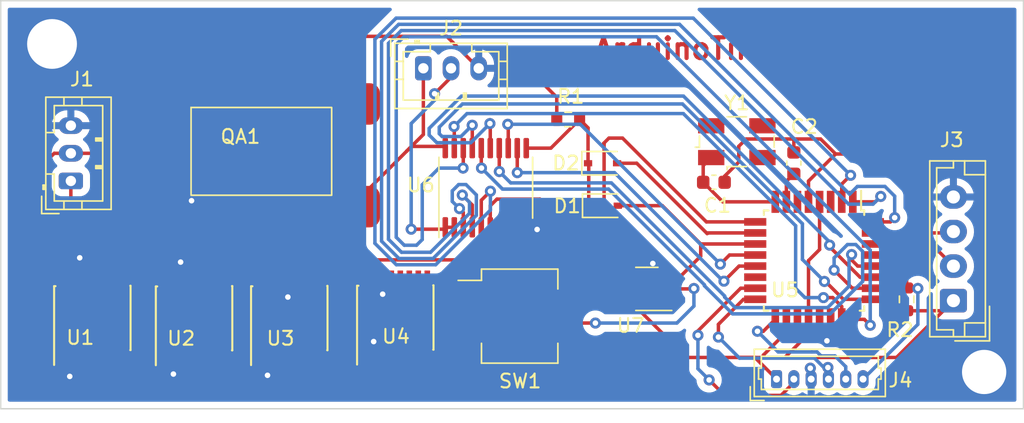
<source format=kicad_pcb>
(kicad_pcb (version 20211014) (generator pcbnew)
  (layers (0 "F.Cu" signal) (31 "B.Cu" signal) (34 "B.Paste" user) (35 "F.Paste" user) (36 "B.SilkS" user "B.Silkscreen") (37 "F.SilkS" user "F.Silkscreen") (38 "B.Mask" user) (39 "F.Mask" user) (44 "Edge.Cuts" user))
  (net 0 "")
  (net 1 "Net-(D1-Pad2)")
  (net 2 "/Reset")
  (net 3 "Net-(D1-Pad1)")
  (net 4 "Net-(D2-Pad2)")
  (net 5 "+5V")
  (net 6 "Net-(J1-Pad2)")
  (net 7 "GND")
  (net 8 "Net-(J2-Pad2)")
  (net 9 "Net-(SW1-Pad1)")
  (net 10 "Net-(U1-Pad3)")
  (net 15 "Net-(SW1-Pad2)")
  (net 16 "Net-(U2-Pad3)")
  (net 21 "Net-(U2-Pad12)")
  (net 22 "Net-(U1-Pad9)")
  (net 23 "Net-(U3-Pad3)")
  (net 26 "Net-(U2-Pad9)")
  (net 29 "Net-(U3-Pad12)")
  (net 30 "Net-(U3-Pad9)")
  (net 31 "Net-(U4-Pad3)")
  (net 36 "GAU")
  (net 37 "GBL")
  (net 40 "GBU")
  (net 41 "Net-(U5-Pad12)")
  (net 42 "Net-(U5-Pad13)")
  (net 46 "Net-(U5-Pad23)")
  (net 47 "Net-(U5-Pad24)")
  (net 48 "Net-(U5-Pad25)")
  (net 49 "Net-(U5-Pad26)")
  (net 50 "Net-(U5-Pad27)")
  (net 51 "Net-(U5-Pad28)")
  (net 52 "GAL")
  (net 53 "Net-(U6-Pad7)")
  (net 54 "Net-(U6-Pad8)")
  (net 55 "Net-(U5-Pad7)")
  (net 56 "Net-(U5-Pad8)")
  (net 57 "Net-(U1-Pad12)")
  (net 62 "Net-(U5-Pad30)")
  (net 63 "Net-(U5-Pad31)")
  (net 64 "Net-(U5-Pad15)")
  (net 65 "Net-(U5-Pad16)")
  (net 66 "Net-(SW1-Pad4)")
  (net 67 "Net-(SW1-Pad3)")
  (net 68 "Net-(U5-Pad17)")
  (footprint "Connector_JST:JST_PH_B3B-PH-K_1x03_P2.00mm_Vertical" (layer "F.Cu") (at 109.99 92.435 90)
    (fp_text reference "J1")
    (fp_text value "Conn_01x03_Male")
  )
  (footprint "Package_SO:TSSOP-20_4.4x6.5mm_P0.65mm" (layer "F.Cu") (at 139.97 92.925 90)
    (fp_text reference "U6")
    (fp_text value "74LV8154")
  )
  (footprint "Resistor_SMD:R_0603_1608Metric" (layer "F.Cu") (at 170.38 101 -90)
    (fp_text reference "R2")
    (fp_text value "10k")
  )
  (footprint "Diode_SMD:D_SOD-323" (layer "F.Cu") (at 148.46 94.225)
    (fp_text reference "D1")
    (fp_text value "1N4448")
  )
  (footprint "Diode_SMD:D_SOD-323" (layer "F.Cu") (at 148.41 91.155)
    (fp_text reference "D2")
    (fp_text value "1N4448")
  )
  (footprint "Capacitor_SMD:C_0603_1608Metric" (layer "F.Cu") (at 162.23 91.145 90)
    (fp_text reference "C2")
    (fp_text value "22pF")
  )
  (footprint "Resistor_SMD:R_0603_1608Metric" (layer "F.Cu") (at 145.925 87.985 180)
    (fp_text reference "R1")
    (fp_text value "10k")
  )
  (footprint "Library:Quarz-Adapter" (layer "F.Cu") (at 110.04 99.565)
    (fp_text reference "QA1")
    (fp_text value "Quarz-Adapter")
  )
  (footprint "Capacitor_SMD:C_0603_1608Metric" (layer "F.Cu") (at 156.455 92.53)
    (fp_text reference "C1")
    (fp_text value "22pF")
  )
  (footprint "Crystal:Crystal_SMD_EuroQuartz_MJ-4Pin_5.0x3.2mm" (layer "F.Cu") (at 158.11 89.595)
    (fp_text reference "Y1")
    (fp_text value "16MHz")
  )
  (footprint "Package_SO:SSOP-16_4.4x5.2mm_P0.65mm" (layer "F.Cu") (at 118.93 102.365 90)
    (fp_text reference "U2")
    (fp_text value "74LS390")
  )
  (footprint "Package_TO_SOT_SMD:SOT-23-5" (layer "F.Cu") (at 151.61 100.245 180)
    (fp_text reference "U7")
    (fp_text value "74AHC1G04")
  )
  (footprint "Package_SO:SSOP-16_4.4x5.2mm_P0.65mm" (layer "F.Cu") (at 111.58 102.345 90)
    (fp_text reference "U1")
    (fp_text value "74LS390")
  )
  (footprint "Connector_JST:JST_PH_B3B-PH-K_1x03_P2.00mm_Vertical" (layer "F.Cu") (at 135.46 84.285)
    (fp_text reference "J2")
    (fp_text value "Conn_01x03_Male")
  )
  (footprint "Package_QFP:TQFP-32_7x7mm_P0.8mm" (layer "F.Cu") (at 163.69 98.195 -90)
    (fp_text reference "U5")
    (fp_text value "ATmega328PB-A")
  )
  (footprint "Package_SO:SSOP-16_4.4x5.2mm_P0.65mm" (layer "F.Cu") (at 125.81 102.355 90)
    (fp_text reference "U3")
    (fp_text value "74LS390")
  )
  (footprint "Connector_JST:JST_EH_B4B-EH-A_1x04_P2.50mm_Vertical" (layer "F.Cu") (at 173.76 101.095 90)
    (fp_text reference "J3")
    (fp_text value "Conn_01x04_Male")
  )
  (footprint "Package_SO:SSOP-16_4.4x5.2mm_P0.65mm" (layer "F.Cu") (at 133.47 102.315 90)
    (fp_text reference "U4")
    (fp_text value "74LS390")
  )
  (footprint "Button_Switch_SMD:SW_DIP_SPSTx04_Slide_KingTek_DSHP04TS_W7.62mm_P1.27mm" (layer "F.Cu") (at 142.42 102.215)
    (fp_text reference "SW1")
    (fp_text value "SW_DIP_x04")
  )
  (footprint "Connector_Molex:Molex_PicoBlade_53047-0610_1x06_P1.25mm_Vertical" (layer "F.Cu") (at 160.98 106.77)
    (fp_text reference "J4")
    (fp_text value "Conn_01x06_Male")
  )
  (gr_rect (start 104.92 79.395) (end 178.82 108.915) (layer "Edge.Cuts") (width 0.1) (fill none))
  (gr_text "ArduinoTimeMachine v1.1" (at 162.05 82.865) (layer "F.Cu") (effects (font (size 1.5 1.5) (thickness 0.3))))
  (segment (start 146.23 100.31) (end 146.23 103.13) (width 0.25) (layer "F.Cu") (net 1))
  (segment (start 154.98 100.245) (end 155.01 100.215) (width 0.25) (layer "F.Cu") (net 1))
  (segment (start 155.5 97.876751) (end 155.5 96.995) (width 0.25) (layer "F.Cu") (net 1))
  (segment (start 155.5 96.995) (end 159.44 96.995) (width 0.25) (layer "F.Cu") (net 1))
  (segment (start 146.23 104.12) (end 146.23 100.31) (width 0.25) (layer "F.Cu") (net 1))
  (segment (start 149.51 94.225) (end 152.73 94.225) (width 0.25) (layer "F.Cu") (net 1))
  (segment (start 152.73 94.225) (end 155.5 96.995) (width 0.25) (layer "F.Cu") (net 1))
  (segment (start 153.131751 100.245) (end 155.5 97.876751) (width 0.25) (layer "F.Cu") (net 1))
  (segment (start 152.7475 100.245) (end 153.131751 100.245) (width 0.25) (layer "F.Cu") (net 1))
  (segment (start 152.7475 100.245) (end 154.98 100.245) (width 0.25) (layer "F.Cu") (net 1))
  (segment (start 146.365 102.715) (end 146.23 102.85) (width 0.25) (layer "F.Cu") (net 1))
  (segment (start 147.89 102.715) (end 146.365 102.715) (width 0.25) (layer "F.Cu") (net 1))
  (via (at 147.89 102.715) (size 0.8) (drill 0.4) (layers "F.Cu" "B.Cu") (net 1))
  (via (at 155.01 100.215) (size 0.8) (drill 0.4) (layers "F.Cu" "B.Cu") (net 1))
  (segment (start 155.01 101.485) (end 155.01 100.215) (width 0.25) (layer "B.Cu") (net 1))
  (segment (start 147.89 102.715) (end 153.78 102.715) (width 0.25) (layer "B.Cu") (net 1))
  (segment (start 153.78 102.715) (end 155.01 101.485) (width 0.25) (layer "B.Cu") (net 1))
  (segment (start 170.38 98.235) (end 170.38 100.175) (width 0.25) (layer "F.Cu") (net 2))
  (segment (start 170.38 100.175) (end 171.155 100.175) (width 0.25) (layer "F.Cu") (net 2))
  (segment (start 169.94 97.795) (end 170.38 98.235) (width 0.25) (layer "F.Cu") (net 2))
  (segment (start 167.94 97.795) (end 169.94 97.795) (width 0.25) (layer "F.Cu") (net 2))
  (segment (start 171.155 100.175) (end 171.19 100.21) (width 0.25) (layer "F.Cu") (net 2))
  (via (at 171.19 100.21) (size 0.8) (drill 0.4) (layers "F.Cu" "B.Cu") (net 2))
  (segment (start 171.19 100.21) (end 171.19 102.81) (width 0.25) (layer "B.Cu") (net 2))
  (segment (start 171.19 102.81) (end 167.23 106.77) (width 0.25) (layer "B.Cu") (net 2))
  (segment (start 147.41 94.225) (end 147.41 91.205) (width 0.25) (layer "F.Cu") (net 3))
  (segment (start 144.6725 90.0625) (end 146.75 87.985) (width 0.25) (layer "F.Cu") (net 3))
  (segment (start 147.36 88.595) (end 146.75 87.985) (width 0.25) (layer "F.Cu") (net 3))
  (segment (start 147.41 91.205) (end 147.36 91.155) (width 0.25) (layer "F.Cu") (net 3))
  (segment (start 142.895 90.0625) (end 144.6725 90.0625) (width 0.25) (layer "F.Cu") (net 3))
  (segment (start 147.36 91.155) (end 147.36 88.595) (width 0.25) (layer "F.Cu") (net 3))
  (segment (start 149.41 91.155) (end 150.88 91.155) (width 0.25) (layer "F.Cu") (net 4))
  (segment (start 155.97 96.245) (end 156.02 96.195) (width 0.25) (layer "F.Cu") (net 4))
  (segment (start 156.02 96.195) (end 159.44 96.195) (width 0.25) (layer "F.Cu") (net 4))
  (segment (start 150.88 91.155) (end 155.97 96.245) (width 0.25) (layer "F.Cu") (net 4))
  (segment (start 109.305 99.445) (end 109.305 94.88) (width 0.25) (layer "F.Cu") (net 5))
  (segment (start 161.69 103.37) (end 160.03 105.03) (width 0.25) (layer "F.Cu") (net 5))
  (segment (start 121.48 97.565) (end 121.52 97.525) (width 0.25) (layer "F.Cu") (net 5))
  (segment (start 123.45 99.455) (end 121.52 97.525) (width 0.25) (layer "F.Cu") (net 5))
  (segment (start 115.63 97.565) (end 121.48 97.565) (width 0.25) (layer "F.Cu") (net 5))
  (segment (start 164.09 97.395) (end 163.29 98.195) (width 0.25) (layer "F.Cu") (net 5))
  (segment (start 138.65 98.145) (end 129.91 98.145) (width 0.25) (layer "F.Cu") (net 5))
  (segment (start 121.52 97.525) (end 129.29 97.525) (width 0.25) (layer "F.Cu") (net 5))
  (segment (start 129.925 98.145) (end 131.195 99.415) (width 0.25) (layer "F.Cu") (net 5))
  (segment (start 134.255 90.28) (end 134.6 89.935) (width 0.25) (layer "F.Cu") (net 5))
  (segment (start 135.46 84.285) (end 135.46 89.075) (width 0.25) (layer "F.Cu") (net 5))
  (segment (start 109.99 94.195) (end 113.36 97.565) (width 0.25) (layer "F.Cu") (net 5))
  (segment (start 131.32 93.215) (end 134.255 90.28) (width 0.25) (layer "F.Cu") (net 5))
  (segment (start 161.52 105.205) (end 160.03 105.205) (width 0.25) (layer "F.Cu") (net 5))
  (segment (start 135.46 89.075) (end 134.255 90.28) (width 0.25) (layer "F.Cu") (net 5))
  (segment (start 173.76 101.095) (end 169.65 105.205) (width 0.25) (layer "F.Cu") (net 5))
  (segment (start 158.295 105.205) (end 154.48 105.205) (width 0.25) (layer "F.Cu") (net 5))
  (segment (start 116.655 98.59) (end 115.63 97.565) (width 0.25) (layer "F.Cu") (net 5))
  (segment (start 161.58 105.205) (end 161.52 105.205) (width 0.25) (layer "F.Cu") (net 5))
  (segment (start 163.29 103.495) (end 161.58 105.205) (width 0.25) (layer "F.Cu") (net 5))
  (segment (start 163.29 102.445) (end 163.29 103.495) (width 0.25) (layer "F.Cu") (net 5))
  (segment (start 109.99 92.435) (end 109.99 94.195) (width 0.25) (layer "F.Cu") (net 5))
  (segment (start 160.03 105.03) (end 160.03 105.205) (width 0.25) (layer "F.Cu") (net 5))
  (segment (start 109.305 94.88) (end 109.99 94.195) (width 0.25) (layer "F.Cu") (net 5))
  (segment (start 123.535 99.455) (end 123.45 99.455) (width 0.25) (layer "F.Cu") (net 5))
  (segment (start 129.91 98.145) (end 129.925 98.145) (width 0.25) (layer "F.Cu") (net 5))
  (segment (start 164.09 93.945) (end 164.09 97.395) (width 0.25) (layer "F.Cu") (net 5))
  (segment (start 129.29 97.525) (end 129.33 97.565) (width 0.25) (layer "F.Cu") (net 5))
  (segment (start 154.48 105.205) (end 154.48 105.2025) (width 0.25) (layer "F.Cu") (net 5))
  (segment (start 163.29 98.195) (end 163.29 102.445) (width 0.25) (layer "F.Cu") (net 5))
  (segment (start 134.6 89.935) (end 136.9175 89.935) (width 0.25) (layer "F.Cu") (net 5))
  (segment (start 147.4225 98.145) (end 138.65 98.145) (width 0.25) (layer "F.Cu") (net 5))
  (segment (start 150.515 101.2375) (end 147.4225 98.145) (width 0.25) (layer "F.Cu") (net 5))
  (segment (start 159.415 105.205) (end 158.295 105.205) (width 0.25) (layer "F.Cu") (net 5))
  (segment (start 136.9175 89.935) (end 137.045 90.0625) (width 0.25) (layer "F.Cu") (net 5))
  (segment (start 116.655 99.465) (end 116.655 98.59) (width 0.25) (layer "F.Cu") (net 5))
  (segment (start 160.98 106.77) (end 159.415 105.205) (width 0.25) (layer "F.Cu") (net 5))
  (segment (start 173.03 101.825) (end 173.76 101.095) (width 0.25) (layer "F.Cu") (net 5))
  (segment (start 169.65 105.205) (end 161.52 105.205) (width 0.25) (layer "F.Cu") (net 5))
  (segment (start 161.69 102.445) (end 161.69 103.37) (width 0.25) (layer "F.Cu") (net 5))
  (segment (start 160.03 105.205) (end 158.295 105.205) (width 0.25) (layer "F.Cu") (net 5))
  (segment (start 129.29 95.835) (end 130.83 94.295) (width 0.25) (layer "F.Cu") (net 5))
  (segment (start 129.91 98.145) (end 129.33 97.565) (width 0.25) (layer "F.Cu") (net 5))
  (segment (start 170.38 101.825) (end 173.03 101.825) (width 0.25) (layer "F.Cu") (net 5))
  (segment (start 113.36 97.565) (end 115.63 97.565) (width 0.25) (layer "F.Cu") (net 5))
  (segment (start 154.48 105.2025) (end 150.4725 101.195) (width 0.25) (layer "F.Cu") (net 5))
  (segment (start 129.29 97.525) (end 129.29 95.835) (width 0.25) (layer "F.Cu") (net 5))
  (segment (start 109.305 100.655) (end 109.305 105.245) (width 0.25) (layer "F.Cu") (net 6))
  (segment (start 108.79 90.435) (end 107.26 91.965) (width 0.25) (layer "F.Cu") (net 6))
  (segment (start 107.26 98.61) (end 109.305 100.655) (width 0.25) (layer "F.Cu") (net 6))
  (segment (start 109.99 90.435) (end 127.26 90.435) (width 0.25) (layer "F.Cu") (net 6))
  (segment (start 127.26 90.435) (end 130.83 86.865) (width 0.25) (layer "F.Cu") (net 6))
  (segment (start 107.26 91.965) (end 107.26 98.61) (width 0.25) (layer "F.Cu") (net 6))
  (segment (start 109.99 90.435) (end 108.79 90.435) (width 0.25) (layer "F.Cu") (net 6))
  (segment (start 128.085 105.255) (end 128.085 105.555) (width 0.25) (layer "F.Cu") (net 7))
  (segment (start 143.0525 95.945) (end 142.895 95.7875) (width 0.25) (layer "F.Cu") (net 7))
  (segment (start 164.04 102.495) (end 164.09 102.445) (width 0.25) (layer "F.Cu") (net 7))
  (segment (start 171.16 93.595) (end 173.76 93.595) (width 0.25) (layer "F.Cu") (net 7))
  (segment (start 158.78 89.4) (end 162.28 89.4) (width 0.25) (layer "F.Cu") (net 7))
  (segment (start 114.82 88.435) (end 116.39 86.865) (width 0.25) (layer "F.Cu") (net 7))
  (segment (start 128.57 106.04) (end 131.77 106.04) (width 0.25) (layer "F.Cu") (net 7))
  (segment (start 117.305 105.265) (end 117.305 106.31) (width 0.25) (layer "F.Cu") (net 7))
  (segment (start 139.46 84.285) (end 143 84.285) (width 0.25) (layer "F.Cu") (net 7))
  (segment (start 132.52 99.44) (end 132.495 99.415) (width 0.25) (layer "F.Cu") (net 7))
  (segment (start 163.29 92.445) (end 165.25 90.485) (width 0.25) (layer "F.Cu") (net 7))
  (segment (start 113.855 105.245) (end 115.015 106.405) (width 0.25) (layer "F.Cu") (net 7))
  (segment (start 135.23 106.275) (end 135.75 105.755) (width 0.25) (layer "F.Cu") (net 7))
  (segment (start 132.155 106.275) (end 135.23 106.275) (width 0.25) (layer "F.Cu") (net 7))
  (segment (start 109.99 88.435) (end 114.82 88.435) (width 0.25) (layer "F.Cu") (net 7))
  (segment (start 131.845 105.215) (end 131.845 105.965) (width 0.25) (layer "F.Cu") (net 7))
  (segment (start 132.52 100.625) (end 132.52 99.44) (width 0.25) (layer "F.Cu") (net 7))
  (segment (start 145.1 87.985) (end 145.1 86.385) (width 0.25) (layer "F.Cu") (net 7))
  (segment (start 115.015 106.405) (end 117.4 106.405) (width 0.25) (layer "F.Cu") (net 7))
  (segment (start 158.25 89.93) (end 158.78 89.4) (width 0.25) (layer "F.Cu") (net 7))
  (segment (start 157.23 92.09) (end 158.25 91.07) (width 0.25) (layer "F.Cu") (net 7))
  (segment (start 118.71 93.865) (end 117.04 93.865) (width 0.25) (layer "F.Cu") (net 7))
  (segment (start 162.28 89.4) (end 164.165 89.4) (width 0.25) (layer "F.Cu") (net 7))
  (segment (start 163.29 93.945) (end 163.29 92.445) (width 0.25) (layer "F.Cu") (net 7))
  (segment (start 117.92 99.43) (end 117.955 99.465) (width 0.25) (layer "F.Cu") (net 7))
  (segment (start 164.62 104) (end 164.04 103.42) (width 0.25) (layer "F.Cu") (net 7))
  (segment (start 131.77 106.04) (end 131.845 105.965) (width 0.25) (layer "F.Cu") (net 7))
  (segment (start 131.845 105.965) (end 132.155 106.275) (width 0.25) (layer "F.Cu") (net 7))
  (segment (start 158.25 91.07) (end 158.25 89.93) (width 0.25) (layer "F.Cu") (net 7))
  (segment (start 137.15 81.975) (end 121.28 81.975) (width 0.25) (layer "F.Cu") (net 7))
  (segment (start 164.165 89.4) (end 165.25 90.485) (width 0.25) (layer "F.Cu") (net 7))
  (segment (start 109.955 106.53) (end 109.91 106.575) (width 0.25) (layer "F.Cu") (net 7))
  (segment (start 110.605 98.02) (end 110.63 97.995) (width 0.25) (layer "F.Cu") (net 7))
  (segment (start 124.185 106.48) (end 124.2 106.495) (width 0.25) (layer "F.Cu") (net 7))
  (segment (start 131.87 104.055) (end 131.87 105.19) (width 0.25) (layer "F.Cu") (net 7))
  (segment (start 125.67 100.835) (end 124.835 100) (width 0.25) (layer "F.Cu") (net 7))
  (segment (start 164.04 103.42) (end 164.04 102.495) (width 0.25) (layer "F.Cu") (net 7))
  (segment (start 143.68 95.945) (end 143.0525 95.945) (width 0.25) (layer "F.Cu") (net 7))
  (segment (start 124.185 105.255) (end 124.185 106.48) (width 0.25) (layer "F.Cu") (net 7))
  (segment (start 168.05 90.485) (end 171.16 93.595) (width 0.25) (layer "F.Cu") (net 7))
  (segment (start 131.87 105.19) (end 131.845 105.215) (width 0.25) (layer "F.Cu") (net 7))
  (segment (start 157.23 92.53) (end 157.23 92.09) (width 0.25) (layer "F.Cu") (net 7))
  (segment (start 109.955 105.245) (end 109.955 106.53) (width 0.25) (layer "F.Cu") (net 7))
  (segment (start 121.205 105.265) (end 122.435 106.495) (width 0.25) (layer "F.Cu") (net 7))
  (segment (start 165.25 90.485) (end 168.05 90.485) (width 0.25) (layer "F.Cu") (net 7))
  (segment (start 143 84.285) (end 145.1 86.385) (width 0.25) (layer "F.Cu") (net 7))
  (segment (start 122.435 106.495) (end 124.2 106.495) (width 0.25) (layer "F.Cu") (net 7))
  (segment (start 152.04 98.405) (end 152.04 98.5875) (width 0.25) (layer "F.Cu") (net 7))
  (segment (start 117.305 106.31) (end 117.4 106.405) (width 0.25) (layer "F.Cu") (net 7))
  (segment (start 124.835 100) (end 124.835 99.455) (width 0.25) (layer "F.Cu") (net 7))
  (segment (start 110.605 99.445) (end 110.605 98.02) (width 0.25) (layer "F.Cu") (net 7))
  (segment (start 152.04 98.5875) (end 152.7475 99.295) (width 0.25) (layer "F.Cu") (net 7))
  (segment (start 117.92 98.305) (end 117.92 99.43) (width 0.25) (layer "F.Cu") (net 7))
  (segment (start 162.23 90.37) (end 162.23 89.45) (width 0.25) (layer "F.Cu") (net 7))
  (segment (start 121.28 81.975) (end 116.39 86.865) (width 0.25) (layer "F.Cu") (net 7))
  (segment (start 162.23 89.45) (end 162.28 89.4) (width 0.25) (layer "F.Cu") (net 7))
  (segment (start 139.46 84.285) (end 137.15 81.975) (width 0.25) (layer "F.Cu") (net 7))
  (segment (start 128.085 105.555) (end 128.57 106.04) (width 0.25) (layer "F.Cu") (net 7))
  (via (at 117.4 106.405) (size 0.8) (drill 0.4) (layers "F.Cu" "B.Cu") (net 7))
  (via (at 124.2 106.495) (size 0.8) (drill 0.4) (layers "F.Cu" "B.Cu") (net 7))
  (via (at 118.71 93.865) (size 0.8) (drill 0.4) (layers "F.Cu" "B.Cu") (net 7))
  (via (at 117.92 98.305) (size 0.8) (drill 0.4) (layers "F.Cu" "B.Cu") (net 7))
  (via (at 131.87 104.055) (size 0.8) (drill 0.4) (layers "F.Cu" "B.Cu") (net 7))
  (via (at 125.67 100.835) (size 0.8) (drill 0.4) (layers "F.Cu" "B.Cu") (net 7))
  (via (at 164.62 104) (size 0.8) (drill 0.4) (layers "F.Cu" "B.Cu") (net 7))
  (via (at 109.91 106.575) (size 0.8) (drill 0.4) (layers "F.Cu" "B.Cu") (net 7))
  (via (at 108.63 82.525) (size 4) (drill 3.6) (layers "F.Cu" "B.Cu") (net 7))
  (via (at 110.63 97.995) (size 0.8) (drill 0.4) (layers "F.Cu" "B.Cu") (net 7))
  (via (at 163.42 105.98) (size 0.8) (drill 0.4) (layers "F.Cu" "B.Cu") (net 7))
  (via (at 175.98 106.255) (size 4) (drill 3.2) (layers "F.Cu" "B.Cu") (net 7))
  (via (at 132.52 100.625) (size 0.8) (drill 0.4) (layers "F.Cu" "B.Cu") (net 7))
  (via (at 143.68 95.945) (size 0.8) (drill 0.4) (layers "F.Cu" "B.Cu") (net 7))
  (via (at 152.04 98.405) (size 0.8) (drill 0.4) (layers "F.Cu" "B.Cu") (net 7))
  (segment (start 163.42 106.71) (end 163.48 106.77) (width 0.25) (layer "B.Cu") (net 7))
  (segment (start 163.42 105.98) (end 163.42 106.71) (width 0.25) (layer "B.Cu") (net 7))
  (segment (start 136.27 86.125) (end 137.46 84.935) (width 0.25) (layer "F.Cu") (net 8))
  (segment (start 137.46 84.935) (end 137.46 84.285) (width 0.25) (layer "F.Cu") (net 8))
  (segment (start 136.9075 95.925) (end 137.045 95.7875) (width 0.25) (layer "F.Cu") (net 8))
  (segment (start 134.58 95.925) (end 136.9075 95.925) (width 0.25) (layer "F.Cu") (net 8))
  (segment (start 137.695 95.7875) (end 137.045 95.7875) (width 0.25) (layer "F.Cu") (net 8))
  (via (at 136.27 86.125) (size 0.8) (drill 0.4) (layers "F.Cu" "B.Cu") (net 8))
  (via (at 134.58 95.925) (size 0.8) (drill 0.4) (layers "F.Cu" "B.Cu") (net 8))
  (segment (start 136.27 86.595) (end 134.58 88.285) (width 0.25) (layer "B.Cu") (net 8))
  (segment (start 134.58 88.285) (end 134.58 95.925) (width 0.25) (layer "B.Cu") (net 8))
  (segment (start 136.27 86.125) (end 136.27 86.595) (width 0.25) (layer "B.Cu") (net 8))
  (segment (start 135.095 103.57) (end 135.095 105.215) (width 0.25) (layer "F.Cu") (net 9))
  (segment (start 138.355 100.31) (end 135.095 103.57) (width 0.25) (layer "F.Cu") (net 9))
  (segment (start 138.61 100.31) (end 138.355 100.31) (width 0.25) (layer "F.Cu") (net 9))
  (segment (start 111.255 105.245) (end 110.605 105.245) (width 0.25) (layer "F.Cu") (net 10))
  (segment (start 128.285 106.855) (end 127.435 106.005) (width 0.25) (layer "F.Cu") (net 15))
  (segment (start 136.77 106.445) (end 136.36 106.855) (width 0.25) (layer "F.Cu") (net 15))
  (segment (start 124.185 99.455) (end 124.185 100.62) (width 0.25) (layer "F.Cu") (net 15))
  (segment (start 136.77 103.165) (end 136.77 106.445) (width 0.25) (layer "F.Cu") (net 15))
  (segment (start 136.36 106.855) (end 128.285 106.855) (width 0.25) (layer "F.Cu") (net 15))
  (segment (start 124.185 100.62) (end 127.435 103.87) (width 0.25) (layer "F.Cu") (net 15))
  (segment (start 138.61 101.58) (end 138.355 101.58) (width 0.25) (layer "F.Cu") (net 15))
  (segment (start 127.435 106.005) (end 127.435 105.255) (width 0.25) (layer "F.Cu") (net 15))
  (segment (start 127.435 103.87) (end 127.435 105.255) (width 0.25) (layer "F.Cu") (net 15))
  (segment (start 138.355 101.58) (end 136.77 103.165) (width 0.25) (layer "F.Cu") (net 15))
  (segment (start 117.955 105.265) (end 118.605 105.265) (width 0.25) (layer "F.Cu") (net 16))
  (segment (start 118.605 99.465) (end 119.255 99.465) (width 0.25) (layer "F.Cu") (net 21))
  (segment (start 116.09 105.265) (end 116.655 105.265) (width 0.25) (layer "F.Cu") (net 22))
  (segment (start 113.855 103.03) (end 116.09 105.265) (width 0.25) (layer "F.Cu") (net 22))
  (segment (start 113.855 99.445) (end 113.855 103.03) (width 0.25) (layer "F.Cu") (net 22))
  (segment (start 125.485 105.255) (end 124.835 105.255) (width 0.25) (layer "F.Cu") (net 23))
  (segment (start 121.205 102.925) (end 123.535 105.255) (width 0.25) (layer "F.Cu") (net 26))
  (segment (start 121.205 99.465) (end 121.205 102.925) (width 0.25) (layer "F.Cu") (net 26))
  (segment (start 125.485 99.455) (end 126.135 99.455) (width 0.25) (layer "F.Cu") (net 29))
  (segment (start 131.195 105.175) (end 128.085 102.065) (width 0.25) (layer "F.Cu") (net 30))
  (segment (start 128.085 99.455) (end 128.085 102.065) (width 0.25) (layer "F.Cu") (net 30))
  (segment (start 131.195 105.215) (end 131.195 105.175) (width 0.25) (layer "F.Cu") (net 30))
  (segment (start 133.145 105.215) (end 132.495 105.215) (width 0.25) (layer "F.Cu") (net 31))
  (segment (start 166.49 93.945) (end 168.12 93.945) (width 0.25) (layer "F.Cu") (net 36))
  (segment (start 138.995 94.177314) (end 138.995 95.7875) (width 0.25) (layer "F.Cu") (net 36))
  (segment (start 168.12 93.945) (end 168.51 93.555) (width 0.25) (layer "F.Cu") (net 36))
  (segment (start 138.274282 93.456596) (end 138.995 94.177314) (width 0.25) (layer "F.Cu") (net 36))
  (via (at 168.51 93.555) (size 0.8) (drill 0.4) (layers "F.Cu" "B.Cu") (net 36))
  (via (at 138.274282 93.456596) (size 0.8) (drill 0.4) (layers "F.Cu" "B.Cu") (net 36))
  (segment (start 138.795 94.78) (end 135.98 97.595) (width 0.25) (layer "B.Cu") (net 36))
  (segment (start 138.274282 93.456596) (end 138.795 93.977314) (width 0.25) (layer "B.Cu") (net 36))
  (segment (start 167.95 94.115) (end 168.51 93.555) (width 0.25) (layer "B.Cu") (net 36))
  (segment (start 153.63 81.555) (end 166.19 94.115) (width 0.25) (layer "B.Cu") (net 36))
  (segment (start 132.94 96.655) (end 132.94 82.478604) (width 0.25) (layer "B.Cu") (net 36))
  (segment (start 138.795 93.977314) (end 138.795 94.78) (width 0.25) (layer "B.Cu") (net 36))
  (segment (start 132.94 82.478604) (end 133.863604 81.555) (width 0.25) (layer "B.Cu") (net 36))
  (segment (start 135.98 97.595) (end 133.88 97.595) (width 0.25) (layer "B.Cu") (net 36))
  (segment (start 133.863604 81.555) (end 153.63 81.555) (width 0.25) (layer "B.Cu") (net 36))
  (segment (start 133.88 97.595) (end 132.94 96.655) (width 0.25) (layer "B.Cu") (net 36))
  (segment (start 166.19 94.115) (end 167.95 94.115) (width 0.25) (layer "B.Cu") (net 36))
  (segment (start 140.305451 93.175049) (end 139.645 93.8355) (width 0.25) (layer "F.Cu") (net 37))
  (segment (start 165.69 92.665) (end 166.33 92.025) (width 0.25) (layer "F.Cu") (net 37))
  (segment (start 165.69 93.945) (end 165.69 92.665) (width 0.25) (layer "F.Cu") (net 37))
  (segment (start 139.645 93.8355) (end 139.645 95.7875) (width 0.25) (layer "F.Cu") (net 37))
  (via (at 140.305451 93.175049) (size 0.8) (drill 0.4) (layers "F.Cu" "B.Cu") (net 37))
  (via (at 166.33 92.025) (size 0.8) (drill 0.4) (layers "F.Cu" "B.Cu") (net 37))
  (segment (start 131.96 82.185812) (end 133.490812 80.655) (width 0.25) (layer "B.Cu") (net 37))
  (segment (start 154.96 80.655) (end 166.33 92.025) (width 0.25) (layer "B.Cu") (net 37))
  (segment (start 136.352792 98.495) (end 133.507208 98.495) (width 0.25) (layer "B.Cu") (net 37))
  (segment (start 140.305451 93.175049) (end 140.305451 94.542341) (width 0.25) (layer "B.Cu") (net 37))
  (segment (start 140.305451 94.542341) (end 136.352792 98.495) (width 0.25) (layer "B.Cu") (net 37))
  (segment (start 133.507208 98.495) (end 131.96 96.947792) (width 0.25) (layer "B.Cu") (net 37))
  (segment (start 133.490812 80.655) (end 154.96 80.655) (width 0.25) (layer "B.Cu") (net 37))
  (segment (start 131.96 96.947792) (end 131.96 82.185812) (width 0.25) (layer "B.Cu") (net 37))
  (segment (start 149.85 89.335) (end 148.87 89.335) (width 0.25) (layer "F.Cu") (net 40))
  (segment (start 148.87 89.335) (end 148.49 89.715) (width 0.25) (layer "F.Cu") (net 40))
  (segment (start 143.8845 93.7495) (end 140.7755 93.7495) (width 0.25) (layer "F.Cu") (net 40))
  (segment (start 148.52 89.745) (end 148.52 95.135) (width 0.25) (layer "F.Cu") (net 40))
  (segment (start 140.295 94.23) (end 140.295 95.7875) (width 0.25) (layer "F.Cu") (net 40))
  (segment (start 148.49 89.715) (end 148.52 89.745) (width 0.25) (layer "F.Cu") (net 40))
  (segment (start 148.52 95.135) (end 147.78 95.875) (width 0.25) (layer "F.Cu") (net 40))
  (segment (start 146.01 95.875) (end 143.8845 93.7495) (width 0.25) (layer "F.Cu") (net 40))
  (segment (start 159.44 95.395) (end 155.91 95.395) (width 0.25) (layer "F.Cu") (net 40))
  (segment (start 155.91 95.395) (end 149.85 89.335) (width 0.25) (layer "F.Cu") (net 40))
  (segment (start 140.7755 93.7495) (end 140.295 94.23) (width 0.25) (layer "F.Cu") (net 40))
  (segment (start 147.78 95.875) (end 146.01 95.875) (width 0.25) (layer "F.Cu") (net 40))
  (segment (start 141.595 88.37) (end 141.595 90.0625) (width 0.25) (layer "F.Cu") (net 41))
  (segment (start 157.58 97.795) (end 156.92 98.455) (width 0.25) (layer "F.Cu") (net 41))
  (segment (start 141.56 88.335) (end 141.595 88.37) (width 0.25) (layer "F.Cu") (net 41))
  (segment (start 159.44 97.795) (end 157.58 97.795) (width 0.25) (layer "F.Cu") (net 41))
  (via (at 156.92 98.455) (size 0.8) (drill 0.4) (layers "F.Cu" "B.Cu") (net 41))
  (via (at 141.56 88.335) (size 0.8) (drill 0.4) (layers "F.Cu" "B.Cu") (net 41))
  (segment (start 141.56 88.335) (end 146.8 88.335) (width 0.25) (layer "B.Cu") (net 41))
  (segment (start 146.8 88.335) (end 156.92 98.455) (width 0.25) (layer "B.Cu") (net 41))
  (segment (start 142.245 91.83) (end 142.245 90.0625) (width 0.25) (layer "F.Cu") (net 42))
  (segment (start 158.27 98.595) (end 157.18 99.685) (width 0.25) (layer "F.Cu") (net 42))
  (segment (start 159.44 98.595) (end 158.27 98.595) (width 0.25) (layer "F.Cu") (net 42))
  (segment (start 142.25 91.835) (end 142.245 91.83) (width 0.25) (layer "F.Cu") (net 42))
  (via (at 157.18 99.685) (size 0.8) (drill 0.4) (layers "F.Cu" "B.Cu") (net 42))
  (via (at 142.25 91.835) (size 0.8) (drill 0.4) (layers "F.Cu" "B.Cu") (net 42))
  (segment (start 157.18 99.685) (end 157.124695 99.685) (width 0.25) (layer "B.Cu") (net 42))
  (segment (start 149.274695 91.835) (end 142.25 91.835) (width 0.25) (layer "B.Cu") (net 42))
  (segment (start 157.124695 99.685) (end 149.274695 91.835) (width 0.25) (layer "B.Cu") (net 42))
  (segment (start 165.045 100.875) (end 165.69 101.52) (width 0.25) (layer "F.Cu") (net 46))
  (segment (start 137.695 88.51) (end 137.695 90.0625) (width 0.25) (layer "F.Cu") (net 46))
  (segment (start 137.68 88.495) (end 137.695 88.51) (width 0.25) (layer "F.Cu") (net 46))
  (segment (start 165.69 101.52) (end 165.69 102.445) (width 0.25) (layer "F.Cu") (net 46))
  (segment (start 164.37 100.875) (end 165.045 100.875) (width 0.25) (layer "F.Cu") (net 46))
  (via (at 164.37 100.875) (size 0.8) (drill 0.4) (layers "F.Cu" "B.Cu") (net 46))
  (via (at 137.68 88.495) (size 0.8) (drill 0.4) (layers "F.Cu" "B.Cu") (net 46))
  (segment (start 154.245 87.56) (end 162.36 95.675) (width 0.25) (layer "B.Cu") (net 46))
  (segment (start 137.68 88.495) (end 138.615 87.56) (width 0.25) (layer "B.Cu") (net 46))
  (segment (start 162.36 95.675) (end 162.36 100.205) (width 0.25) (layer "B.Cu") (net 46))
  (segment (start 163.03 100.875) (end 164.37 100.875) (width 0.25) (layer "B.Cu") (net 46))
  (segment (start 162.36 100.205) (end 163.03 100.875) (width 0.25) (layer "B.Cu") (net 46))
  (segment (start 138.615 87.56) (end 154.245 87.56) (width 0.25) (layer "B.Cu") (net 46))
  (segment (start 138.345 90.0625) (end 138.345 91.49) (width 0.25) (layer "F.Cu") (net 47))
  (segment (start 167.32 102.445) (end 167.75 102.875) (width 0.25) (layer "F.Cu") (net 47))
  (segment (start 166.49 102.445) (end 167.32 102.445) (width 0.25) (layer "F.Cu") (net 47))
  (segment (start 138.345 91.49) (end 138.33 91.505) (width 0.25) (layer "F.Cu") (net 47))
  (via (at 138.33 91.505) (size 0.8) (drill 0.4) (layers "F.Cu" "B.Cu") (net 47))
  (via (at 167.75 102.875) (size 0.8) (drill 0.4) (layers "F.Cu" "B.Cu") (net 47))
  (segment (start 134.08 97.085) (end 133.5 96.505) (width 0.25) (layer "B.Cu") (net 47))
  (segment (start 136.59 91.505) (end 135.38 92.715) (width 0.25) (layer "B.Cu") (net 47))
  (segment (start 167.75 97.445097) (end 167.75 102.875) (width 0.25) (layer "B.Cu") (net 47))
  (segment (start 133.5 82.555) (end 134.05 82.005) (width 0.25) (layer "B.Cu") (net 47))
  (segment (start 135.38 96.675) (end 134.97 97.085) (width 0.25) (layer "B.Cu") (net 47))
  (segment (start 133.5 96.505) (end 133.5 82.555) (width 0.25) (layer "B.Cu") (net 47))
  (segment (start 152.309903 82.005) (end 167.75 97.445097) (width 0.25) (layer "B.Cu") (net 47))
  (segment (start 135.38 92.715) (end 135.38 96.675) (width 0.25) (layer "B.Cu") (net 47))
  (segment (start 134.05 82.005) (end 152.309903 82.005) (width 0.25) (layer "B.Cu") (net 47))
  (segment (start 138.33 91.505) (end 136.59 91.505) (width 0.25) (layer "B.Cu") (net 47))
  (segment (start 134.97 97.085) (end 134.08 97.085) (width 0.25) (layer "B.Cu") (net 47))
  (segment (start 138.995 88.41) (end 138.99 88.405) (width 0.25) (layer "F.Cu") (net 48))
  (segment (start 167.94 100.995) (end 165.801396 100.995) (width 0.25) (layer "F.Cu") (net 48))
  (segment (start 164.511396 99.705) (end 164.44 99.705) (width 0.25) (layer "F.Cu") (net 48))
  (segment (start 138.995 90.0625) (end 138.995 88.41) (width 0.25) (layer "F.Cu") (net 48))
  (segment (start 165.801396 100.995) (end 164.511396 99.705) (width 0.25) (layer "F.Cu") (net 48))
  (via (at 164.44 99.705) (size 0.8) (drill 0.4) (layers "F.Cu" "B.Cu") (net 48))
  (via (at 138.99 88.405) (size 0.8) (drill 0.4) (layers "F.Cu" "B.Cu") (net 48))
  (segment (start 162.85 98.115) (end 164.44 99.705) (width 0.25) (layer "B.Cu") (net 48))
  (segment (start 154.186396 86.865) (end 162.85 95.528604) (width 0.25) (layer "B.Cu") (net 48))
  (segment (start 136.61 89.015) (end 136.61 88.539695) (width 0.25) (layer "B.Cu") (net 48))
  (segment (start 136.815 89.22) (end 136.61 89.015) (width 0.25) (layer "B.Cu") (net 48))
  (segment (start 162.85 95.528604) (end 162.85 98.115) (width 0.25) (layer "B.Cu") (net 48))
  (segment (start 138.175 89.22) (end 136.815 89.22) (width 0.25) (layer "B.Cu") (net 48))
  (segment (start 138.99 88.405) (end 138.175 89.22) (width 0.25) (layer "B.Cu") (net 48))
  (segment (start 138.284695 86.865) (end 154.186396 86.865) (width 0.25) (layer "B.Cu") (net 48))
  (segment (start 136.61 88.539695) (end 138.284695 86.865) (width 0.25) (layer "B.Cu") (net 48))
  (segment (start 139.645 90.0625) (end 139.645 91.49) (width 0.25) (layer "F.Cu") (net 49))
  (segment (start 166.45 100.195) (end 165.14 98.885) (width 0.25) (layer "F.Cu") (net 49))
  (segment (start 139.645 91.49) (end 139.66 91.505) (width 0.25) (layer "F.Cu") (net 49))
  (segment (start 167.94 100.195) (end 166.45 100.195) (width 0.25) (layer "F.Cu") (net 49))
  (via (at 139.66 91.505) (size 0.8) (drill 0.4) (layers "F.Cu" "B.Cu") (net 49))
  (via (at 165.14 98.885) (size 0.8) (drill 0.4) (layers "F.Cu" "B.Cu") (net 49))
  (segment (start 155.77 100.015) (end 155.77 99.949695) (width 0.25) (layer "B.Cu") (net 49))
  (segment (start 165.14 98.885) (end 165.14 97.999695) (width 0.25) (layer "B.Cu") (net 49))
  (segment (start 148.845305 93.025) (end 141.18 93.025) (width 0.25) (layer "B.Cu") (net 49))
  (segment (start 155.77 99.949695) (end 148.845305 93.025) (width 0.25) (layer "B.Cu") (net 49))
  (segment (start 157.805 102.05) (end 155.77 100.015) (width 0.25) (layer "B.Cu") (net 49))
  (segment (start 141.18 93.025) (end 139.66 91.505) (width 0.25) (layer "B.Cu") (net 49))
  (segment (start 167.2 97.531493) (end 167.2 99.706701) (width 0.25) (layer "B.Cu") (net 49))
  (segment (start 164.856701 102.05) (end 157.805 102.05) (width 0.25) (layer "B.Cu") (net 49))
  (segment (start 166.103796 97.035899) (end 166.704406 97.035899) (width 0.25) (layer "B.Cu") (net 49))
  (segment (start 167.2 99.706701) (end 164.856701 102.05) (width 0.25) (layer "B.Cu") (net 49))
  (segment (start 166.704406 97.035899) (end 167.2 97.531493) (width 0.25) (layer "B.Cu") (net 49))
  (segment (start 165.14 97.999695) (end 166.103796 97.035899) (width 0.25) (layer "B.Cu") (net 49))
  (segment (start 164.8145 97.075) (end 164.8145 97.195896) (width 0.25) (layer "F.Cu") (net 50))
  (segment (start 164.8145 97.195896) (end 167.013604 99.395) (width 0.25) (layer "F.Cu") (net 50))
  (segment (start 140.295 88.31) (end 140.27 88.285) (width 0.25) (layer "F.Cu") (net 50))
  (segment (start 140.295 90.0625) (end 140.295 88.31) (width 0.25) (layer "F.Cu") (net 50))
  (segment (start 167.013604 99.395) (end 167.94 99.395) (width 0.25) (layer "F.Cu") (net 50))
  (via (at 140.27 88.285) (size 0.8) (drill 0.4) (layers "F.Cu" "B.Cu") (net 50))
  (via (at 164.8145 97.075) (size 0.8) (drill 0.4) (layers "F.Cu" "B.Cu") (net 50))
  (segment (start 138.218299 86.295) (end 135.88 88.633299) (width 0.25) (layer "B.Cu") (net 50))
  (segment (start 135.88 88.633299) (end 135.88 89.115) (width 0.25) (layer "B.Cu") (net 50))
  (segment (start 136.435 89.67) (end 138.885 89.67) (width 0.25) (layer "B.Cu") (net 50))
  (segment (start 164.8145 97.075) (end 164.8145 96.856708) (width 0.25) (layer "B.Cu") (net 50))
  (segment (start 164.8145 96.856708) (end 154.252792 86.295) (width 0.25) (layer "B.Cu") (net 50))
  (segment (start 135.88 89.115) (end 136.435 89.67) (width 0.25) (layer "B.Cu") (net 50))
  (segment (start 154.252792 86.295) (end 138.218299 86.295) (width 0.25) (layer "B.Cu") (net 50))
  (segment (start 138.885 89.67) (end 140.27 88.285) (width 0.25) (layer "B.Cu") (net 50))
  (segment (start 166.404101 98.149101) (end 166.85 98.595) (width 0.25) (layer "F.Cu") (net 51))
  (segment (start 140.95 91.755) (end 140.945 91.75) (width 0.25) (layer "F.Cu") (net 51))
  (segment (start 166.404101 97.760899) (end 166.404101 98.149101) (width 0.25) (layer "F.Cu") (net 51))
  (segment (start 140.945 91.75) (end 140.945 90.0625) (width 0.25) (layer "F.Cu") (net 51))
  (segment (start 166.85 98.595) (end 167.94 98.595) (width 0.25) (layer "F.Cu") (net 51))
  (via (at 140.95 91.755) (size 0.8) (drill 0.4) (layers "F.Cu" "B.Cu") (net 51))
  (via (at 166.404101 97.760899) (size 0.8) (drill 0.4) (layers "F.Cu" "B.Cu") (net 51))
  (segment (start 157.995 101.6) (end 157.23 100.835) (width 0.25) (layer "B.Cu") (net 51))
  (segment (start 166.22 97.945) (end 166.22 100.050305) (width 0.25) (layer "B.Cu") (net 51))
  (segment (start 166.22 100.050305) (end 164.670305 101.6) (width 0.25) (layer "B.Cu") (net 51))
  (segment (start 157.23 100.760305) (end 149.044695 92.575) (width 0.25) (layer "B.Cu") (net 51))
  (segment (start 164.670305 101.6) (end 157.995 101.6) (width 0.25) (layer "B.Cu") (net 51))
  (segment (start 141.77 92.575) (end 140.95 91.755) (width 0.25) (layer "B.Cu") (net 51))
  (segment (start 166.404101 97.760899) (end 166.22 97.945) (width 0.25) (layer "B.Cu") (net 51))
  (segment (start 157.23 100.835) (end 157.23 100.760305) (width 0.25) (layer "B.Cu") (net 51))
  (segment (start 149.044695 92.575) (end 141.77 92.575) (width 0.25) (layer "B.Cu") (net 51))
  (segment (start 169.21 95.395) (end 169.515 95.09) (width 0.25) (layer "F.Cu") (net 52))
  (segment (start 167.94 95.395) (end 169.21 95.395) (width 0.25) (layer "F.Cu") (net 52))
  (segment (start 138.345 94.71) (end 138.07 94.435) (width 0.25) (layer "F.Cu") (net 52))
  (segment (start 138.345 95.7875) (end 138.345 94.71) (width 0.25) (layer "F.Cu") (net 52))
  (via (at 138.07 94.435) (size 0.8) (drill 0.4) (layers "F.Cu" "B.Cu") (net 52))
  (via (at 169.515 95.09) (size 0.8) (drill 0.4) (layers "F.Cu" "B.Cu") (net 52))
  (segment (start 132.44 96.791396) (end 132.44 82.342208) (width 0.25) (layer "B.Cu") (net 52))
  (segment (start 138.07 94.435) (end 137.549282 93.914282) (width 0.25) (layer "B.Cu") (net 52))
  (segment (start 166.825 92.83) (end 168.810305 92.83) (width 0.25) (layer "B.Cu") (net 52))
  (segment (start 138.010573 92.695) (end 138.537991 92.695) (width 0.25) (layer "B.Cu") (net 52))
  (segment (start 169.515 93.534695) (end 169.515 95.09) (width 0.25) (layer "B.Cu") (net 52))
  (segment (start 168.810305 92.83) (end 169.515 93.534695) (width 0.25) (layer "B.Cu") (net 52))
  (segment (start 132.44 82.342208) (end 133.677208 81.105) (width 0.25) (layer "B.Cu") (net 52))
  (segment (start 153.97 81.105) (end 166.26 93.395) (width 0.25) (layer "B.Cu") (net 52))
  (segment (start 139.29 93.447009) (end 139.29 94.921396) (width 0.25) (layer "B.Cu") (net 52))
  (segment (start 166.26 93.395) (end 166.825 92.83) (width 0.25) (layer "B.Cu") (net 52))
  (segment (start 137.549282 93.914282) (end 137.549282 93.156291) (width 0.25) (layer "B.Cu") (net 52))
  (segment (start 137.549282 93.156291) (end 138.010573 92.695) (width 0.25) (layer "B.Cu") (net 52))
  (segment (start 139.29 94.921396) (end 136.166396 98.045) (width 0.25) (layer "B.Cu") (net 52))
  (segment (start 136.166396 98.045) (end 133.693604 98.045) (width 0.25) (layer "B.Cu") (net 52))
  (segment (start 133.693604 98.045) (end 132.44 96.791396) (width 0.25) (layer "B.Cu") (net 52))
  (segment (start 133.677208 81.105) (end 153.97 81.105) (width 0.25) (layer "B.Cu") (net 52))
  (segment (start 138.537991 92.695) (end 139.29 93.447009) (width 0.25) (layer "B.Cu") (net 52))
  (segment (start 140.945 96.476041) (end 142.163959 97.695) (width 0.25) (layer "F.Cu") (net 53))
  (segment (start 140.945 95.7875) (end 140.945 96.476041) (width 0.25) (layer "F.Cu") (net 53))
  (segment (start 142.163959 97.695) (end 148.8725 97.695) (width 0.25) (layer "F.Cu") (net 53))
  (segment (start 148.8725 97.695) (end 150.4725 99.295) (width 0.25) (layer "F.Cu") (net 53))
  (segment (start 141.595 95.7875) (end 142.245 95.7875) (width 0.25) (layer "F.Cu") (net 54))
  (segment (start 159.96 90.745) (end 161.055 90.745) (width 0.25) (layer "F.Cu") (net 55))
  (segment (start 161.69 92.46) (end 162.23 91.92) (width 0.25) (layer "F.Cu") (net 55))
  (segment (start 161.055 90.745) (end 162.23 91.92) (width 0.25) (layer "F.Cu") (net 55))
  (segment (start 161.69 93.945) (end 161.69 92.46) (width 0.25) (layer "F.Cu") (net 55))
  (segment (start 155.68 91.325) (end 156.26 90.745) (width 0.25) (layer "F.Cu") (net 56))
  (segment (start 155.68 92.53) (end 155.68 91.325) (width 0.25) (layer "F.Cu") (net 56))
  (segment (start 157.095 93.945) (end 160.89 93.945) (width 0.25) (layer "F.Cu") (net 56))
  (segment (start 155.68 92.53) (end 157.095 93.945) (width 0.25) (layer "F.Cu") (net 56))
  (segment (start 111.255 99.445) (end 111.905 99.445) (width 0.25) (layer "F.Cu") (net 57))
  (segment (start 167.94 96.995) (end 172.16 96.995) (width 0.25) (layer "F.Cu") (net 62))
  (segment (start 172.16 96.995) (end 173.76 98.595) (width 0.25) (layer "F.Cu") (net 62))
  (segment (start 167.94 96.195) (end 173.66 96.195) (width 0.25) (layer "F.Cu") (net 63))
  (segment (start 173.66 96.195) (end 173.76 96.095) (width 0.25) (layer "F.Cu") (net 63))
  (segment (start 161.300664 107.949336) (end 157.229336 107.949336) (width 0.25) (layer "F.Cu") (net 64))
  (segment (start 157.229336 107.949336) (end 156.11 106.83) (width 0.25) (layer "F.Cu") (net 64))
  (segment (start 162.23 106.77) (end 162.23 107.02) (width 0.25) (layer "F.Cu") (net 64))
  (segment (start 162.23 107.02) (end 161.300664 107.949336) (width 0.25) (layer "F.Cu") (net 64))
  (segment (start 158.39 100.195) (end 155.3 103.285) (width 0.25) (layer "F.Cu") (net 64))
  (segment (start 155.3 103.285) (end 155.3 103.6) (width 0.25) (layer "F.Cu") (net 64))
  (segment (start 159.44 100.195) (end 158.39 100.195) (width 0.25) (layer "F.Cu") (net 64))
  (via (at 155.3 103.6) (size 0.8) (drill 0.4) (layers "F.Cu" "B.Cu") (net 64))
  (via (at 156.11 106.83) (size 0.8) (drill 0.4) (layers "F.Cu" "B.Cu") (net 64))
  (segment (start 155.3 106.02) (end 156.11 106.83) (width 0.25) (layer "B.Cu") (net 64))
  (segment (start 155.3 103.6) (end 155.3 106.02) (width 0.25) (layer "B.Cu") (net 64))
  (segment (start 158.595 100.995) (end 156.88 102.71) (width 0.25) (layer "F.Cu") (net 65))
  (segment (start 159.44 100.995) (end 158.595 100.995) (width 0.25) (layer "F.Cu") (net 65))
  (segment (start 156.78 102.81) (end 156.78 103.73) (width 0.25) (layer "F.Cu") (net 65))
  (segment (start 156.88 102.71) (end 156.78 102.81) (width 0.25) (layer "F.Cu") (net 65))
  (via (at 164.69 105.9295) (size 0.8) (drill 0.4) (layers "F.Cu" "B.Cu") (net 65))
  (via (at 156.78 103.73) (size 0.8) (drill 0.4) (layers "F.Cu" "B.Cu") (net 65))
  (segment (start 164.394805 105.9295) (end 164.69 105.9295) (width 0.25) (layer "B.Cu") (net 65))
  (segment (start 163.720305 105.255) (end 164.394805 105.9295) (width 0.25) (layer "B.Cu") (net 65))
  (segment (start 158.305 105.255) (end 163.720305 105.255) (width 0.25) (layer "B.Cu") (net 65))
  (segment (start 156.78 103.73) (end 158.305 105.255) (width 0.25) (layer "B.Cu") (net 65))
  (segment (start 138.61 106.005) (end 136.51 108.105) (width 0.25) (layer "F.Cu") (net 66))
  (segment (start 115.365 108.105) (end 113.205 105.945) (width 0.25) (layer "F.Cu") (net 66))
  (segment (start 113.205 104.545) (end 113.205 105.245) (width 0.25) (layer "F.Cu") (net 66))
  (segment (start 136.51 108.105) (end 115.365 108.105) (width 0.25) (layer "F.Cu") (net 66))
  (segment (start 138.61 104.12) (end 138.61 106.005) (width 0.25) (layer "F.Cu") (net 66))
  (segment (start 109.955 99.445) (end 109.955 101.295) (width 0.25) (layer "F.Cu") (net 66))
  (segment (start 109.955 101.295) (end 113.205 104.545) (width 0.25) (layer "F.Cu") (net 66))
  (segment (start 113.205 105.945) (end 113.205 105.245) (width 0.25) (layer "F.Cu") (net 66))
  (segment (start 137.51 106.341396) (end 136.506396 107.345) (width 0.25) (layer "F.Cu") (net 67))
  (segment (start 120.43 104.44) (end 120.43 105.14) (width 0.25) (layer "F.Cu") (net 67))
  (segment (start 122.11 107.345) (end 120.555 105.79) (width 0.25) (layer "F.Cu") (net 67))
  (segment (start 136.506396 107.345) (end 122.11 107.345) (width 0.25) (layer "F.Cu") (net 67))
  (segment (start 120.555 105.79) (end 120.555 105.265) (width 0.25) (layer "F.Cu") (net 67))
  (segment (start 117.305 99.465) (end 117.305 101.315) (width 0.25) (layer "F.Cu") (net 67))
  (segment (start 137.51 103.695) (end 137.51 106.341396) (width 0.25) (layer "F.Cu") (net 67))
  (segment (start 117.305 101.315) (end 120.43 104.44) (width 0.25) (layer "F.Cu") (net 67))
  (segment (start 138.355 102.85) (end 137.51 103.695) (width 0.25) (layer "F.Cu") (net 67))
  (segment (start 138.61 102.85) (end 138.355 102.85) (width 0.25) (layer "F.Cu") (net 67))
  (segment (start 120.43 105.14) (end 120.555 105.265) (width 0.25) (layer "F.Cu") (net 67))
  (segment (start 160.025 103.31) (end 160.89 102.445) (width 0.25) (layer "F.Cu") (net 68))
  (segment (start 159.6 103.31) (end 160.025 103.31) (width 0.25) (layer "F.Cu") (net 68))
  (via (at 159.6 103.31) (size 0.8) (drill 0.4) (layers "F.Cu" "B.Cu") (net 68))
  (segment (start 165.98 106.77) (end 165.98 105.87) (width 0.25) (layer "B.Cu") (net 68))
  (segment (start 165.98 105.87) (end 165.204149 105.094149) (width 0.25) (layer "B.Cu") (net 68))
  (segment (start 163.906701 104.805) (end 163.533909 104.805) (width 0.25) (layer "B.Cu") (net 68))
  (segment (start 161.095 104.805) (end 159.6 103.31) (width 0.25) (layer "B.Cu") (net 68))
  (segment (start 163.533909 104.805) (end 161.095 104.805) (width 0.25) (layer "B.Cu") (net 68))
  (segment (start 165.204149 105.094149) (end 164.19585 105.094149) (width 0.25) (layer "B.Cu") (net 68))
  (segment (start 164.19585 105.094149) (end 163.906701 104.805) (width 0.25) (layer "B.Cu") (net 68))
  (zone (net 7) (net_name "GND") (layer "B.Cu") (connect_pads (clearance 0.508)) (min_thickness 0.254) (fill yes (thermal_gap 0.508) (thermal_bridge_width 0.508))
    (polygon (pts (xy 178.82 108.91) (xy 104.93 108.92) (xy 104.92 79.39) (xy 178.83 79.38)))
  )
)
</source>
